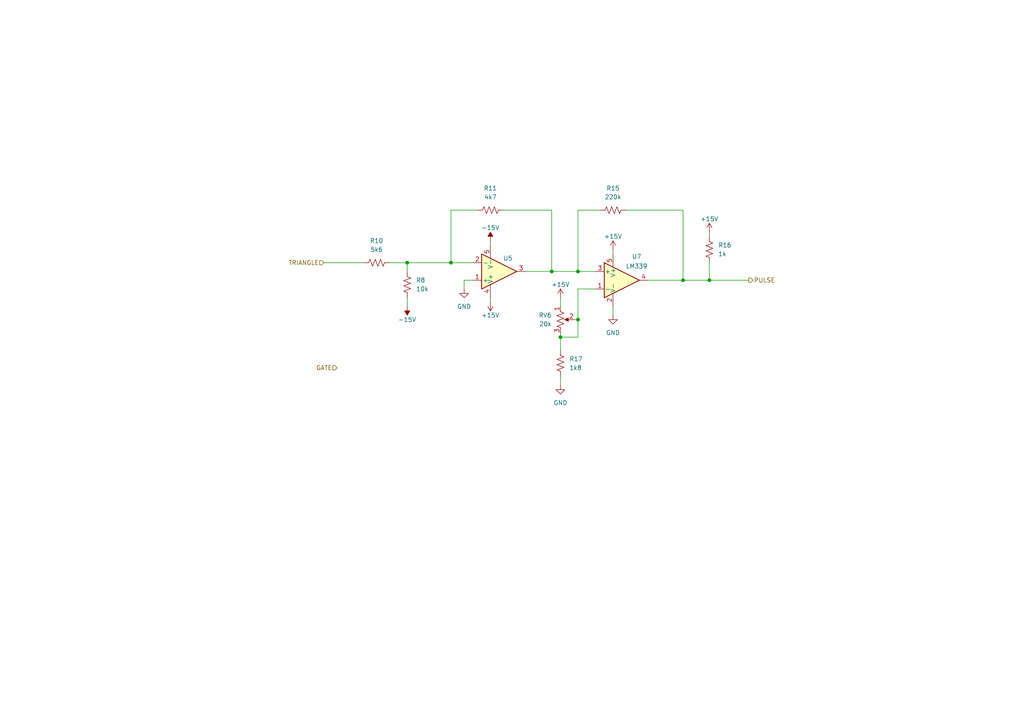
<source format=kicad_sch>
(kicad_sch (version 20231120) (generator "eeschema") (generator_version "8.0")
  (paper "A4")
  (lib_symbols
    (symbol "Comparator:LM397" (pin_names (offset 0.127))
      (property "Reference" "U" (at 1.27 5.08 0))
      (property "Value" "LM397" (at 3.81 -5.08 0))
      (symbol "LM397_0_1"
        (polyline (pts (xy -5.08 5.08) (xy 5.08 0) (xy -5.08 -5.08) (xy -5.08 5.08)) (stroke (width 0.254)) (fill (type background)))
      )
      (symbol "LM397_1_1"
        (pin input line (at -7.62 -2.54 0) (length 2.54) (name "-") (number "1"))
        (pin power_in line (at -2.54 -7.62 90) (length 3.81) (name "V-") (number "2"))
        (pin input line (at -7.62 2.54 0) (length 2.54) (name "+") (number "3"))
        (pin open_collector line (at 7.62 0 180) (length 2.54) (name "~") (number "4"))
        (pin power_in line (at -2.54 7.62 270) (length 3.81) (name "V+") (number "5"))
      )
    )
    (symbol "Device:R_Potentiometer_US" (pin_names (offset 1.016) hide)
      (property "Reference" "RV" (at -4.445 0 90))
      (property "Value" "R_Potentiometer_US" (at -2.54 0 90))
      (symbol "R_Potentiometer_US_0_1"
        (polyline (pts (xy 0 -2.286) (xy 0 -2.54)))
        (polyline (pts (xy 0 2.54) (xy 0 2.286)))
        (polyline (pts (xy 2.54 0) (xy 1.524 0)))
        (polyline (pts (xy 1.143 0) (xy 2.286 0.508) (xy 2.286 -0.508) (xy 1.143 0)) (fill (type outline)))
        (polyline (pts (xy 0 -0.762) (xy 1.016 -1.143) (xy 0 -1.524) (xy -1.016 -1.905) (xy 0 -2.286)))
        (polyline (pts (xy 0 0.762) (xy 1.016 0.381) (xy 0 0) (xy -1.016 -0.381) (xy 0 -0.762)))
        (polyline (pts (xy 0 2.286) (xy 1.016 1.905) (xy 0 1.524) (xy -1.016 1.143) (xy 0 0.762)))
      )
      (symbol "R_Potentiometer_US_1_1"
        (pin passive line (at 0 3.81 270) (length 1.27) (name "1") (number "1"))
        (pin passive line (at 3.81 0 180) (length 1.27) (name "2") (number "2"))
        (pin passive line (at 0 -3.81 90) (length 1.27) (name "3") (number "3"))
      )
    )
    (symbol "Device:R_US" (pin_numbers hide) (pin_names (offset 0))
      (property "Reference" "R" (at 2.54 0 90))
      (property "Value" "R_US" (at -2.54 0 90))
      (symbol "R_US_0_1"
        (polyline (pts (xy 0 -2.286) (xy 0 -2.54)))
        (polyline (pts (xy 0 2.286) (xy 0 2.54)))
        (polyline (pts (xy 0 -0.762) (xy 1.016 -1.143) (xy 0 -1.524) (xy -1.016 -1.905) (xy 0 -2.286)))
        (polyline (pts (xy 0 0.762) (xy 1.016 0.381) (xy 0 0) (xy -1.016 -0.381) (xy 0 -0.762)))
        (polyline (pts (xy 0 2.286) (xy 1.016 1.905) (xy 0 1.524) (xy -1.016 1.143) (xy 0 0.762)))
      )
      (symbol "R_US_1_1"
        (pin passive line (at 0 3.81 270) (length 1.27) (name "~") (number "1"))
        (pin passive line (at 0 -3.81 90) (length 1.27) (name "~") (number "2"))
      )
    )
    (symbol "PCM_4ms_Power-symbol:GND" (power) (pin_names (offset 0))
      (property "Value" "GND" (at 0 -3.81 0))
      (symbol "GND_0_1"
        (polyline (pts (xy 0 0) (xy 0 -1.27) (xy 1.27 -1.27) (xy 0 -2.54) (xy -1.27 -1.27) (xy 0 -1.27)))
      )
      (symbol "GND_1_1"
        (pin power_in line (at 0 0 270) (length 0) hide (name "GND") (number "1"))
      )
    )
    (symbol "Simulation_SPICE:OPAMP" (pin_names (offset 0.254))
      (property "Reference" "U" (at 3.81 3.175 0))
      (property "Value" "${SIM.PARAMS}" (at 3.81 -3.175 0))
      (symbol "OPAMP_0_1"
        (polyline (pts (xy 5.08 0) (xy -5.08 5.08) (xy -5.08 -5.08) (xy 5.08 0)) (stroke (width 0.254)) (fill (type background)))
      )
      (symbol "OPAMP_1_1"
        (pin input line (at -7.62 2.54 0) (length 2.54) (name "+") (number "1"))
        (pin input line (at -7.62 -2.54 0) (length 2.54) (name "-") (number "2"))
        (pin output line (at 7.62 0 180) (length 2.54) (name "~") (number "3"))
        (pin power_in line (at -2.54 7.62 270) (length 3.81) (name "V+") (number "4"))
        (pin power_in line (at -2.54 -7.62 90) (length 3.81) (name "V-") (number "5"))
      )
    )
    (symbol "power:+15V" (power) (pin_names (offset 0))
      (property "Value" "+15V" (at 0 3.556 0))
      (symbol "+15V_0_1"
        (polyline (pts (xy -0.762 1.27) (xy 0 2.54)))
        (polyline (pts (xy 0 0) (xy 0 2.54)))
        (polyline (pts (xy 0 2.54) (xy 0.762 1.27)))
      )
      (symbol "+15V_1_1"
        (pin power_in line (at 0 0 90) (length 0) hide (name "+15V") (number "1"))
      )
    )
    (symbol "power:-15V" (power) (pin_names (offset 0))
      (property "Value" "-15V" (at 0 3.81 0))
      (symbol "-15V_0_0"
        (pin power_in line (at 0 0 90) (length 0) hide (name "-15V") (number "1"))
      )
      (symbol "-15V_0_1"
        (polyline (pts (xy 0 0) (xy 0 1.27) (xy 0.762 1.27) (xy 0 2.54) (xy -0.762 1.27) (xy 0 1.27)) (fill (type outline)))
      )
    )
  )
  (junction (at 162.56 97.79))
  (junction (at 205.74 81.28))
  (junction (at 198.12 81.28))
  (junction (at 118.11 76.2))
  (junction (at 167.64 92.71))
  (junction (at 167.64 78.74))
  (junction (at 160.02 78.74))
  (junction (at 130.81 76.2))
  (wire (pts (xy 167.64 83.82) (xy 172.72 83.82)))
  (wire (pts (xy 205.74 81.28) (xy 198.12 81.28)))
  (wire (pts (xy 162.56 86.36) (xy 162.56 88.9)))
  (wire (pts (xy 160.02 60.96) (xy 160.02 78.74)))
  (wire (pts (xy 142.24 87.63) (xy 142.24 86.36)))
  (wire (pts (xy 173.99 60.96) (xy 167.64 60.96)))
  (wire (pts (xy 137.16 81.28) (xy 134.62 81.28)))
  (wire (pts (xy 134.62 81.28) (xy 134.62 83.82)))
  (wire (pts (xy 138.43 60.96) (xy 130.81 60.96)))
  (wire (pts (xy 177.8 72.39) (xy 177.8 73.66)))
  (wire (pts (xy 167.64 78.74) (xy 160.02 78.74)))
  (wire (pts (xy 93.98 76.2) (xy 105.41 76.2)))
  (wire (pts (xy 172.72 78.74) (xy 167.64 78.74)))
  (wire (pts (xy 205.74 67.31) (xy 205.74 68.58)))
  (wire (pts (xy 166.37 92.71) (xy 167.64 92.71)))
  (wire (pts (xy 177.8 91.44) (xy 177.8 88.9)))
  (wire (pts (xy 217.17 81.28) (xy 205.74 81.28)))
  (wire (pts (xy 118.11 86.36) (xy 118.11 88.9)))
  (wire (pts (xy 162.56 101.6) (xy 162.56 97.79)))
  (wire (pts (xy 162.56 97.79) (xy 162.56 96.52)))
  (wire (pts (xy 187.96 81.28) (xy 198.12 81.28)))
  (wire (pts (xy 113.03 76.2) (xy 118.11 76.2)))
  (wire (pts (xy 160.02 78.74) (xy 152.4 78.74)))
  (wire (pts (xy 167.64 97.79) (xy 162.56 97.79)))
  (wire (pts (xy 198.12 81.28) (xy 198.12 60.96)))
  (wire (pts (xy 167.64 92.71) (xy 167.64 83.82)))
  (wire (pts (xy 118.11 76.2) (xy 130.81 76.2)))
  (wire (pts (xy 130.81 60.96) (xy 130.81 76.2)))
  (wire (pts (xy 205.74 76.2) (xy 205.74 81.28)))
  (wire (pts (xy 118.11 78.74) (xy 118.11 76.2)))
  (wire (pts (xy 198.12 60.96) (xy 181.61 60.96)))
  (wire (pts (xy 146.05 60.96) (xy 160.02 60.96)))
  (wire (pts (xy 167.64 60.96) (xy 167.64 78.74)))
  (wire (pts (xy 162.56 111.76) (xy 162.56 109.22)))
  (wire (pts (xy 167.64 92.71) (xy 167.64 97.79)))
  (wire (pts (xy 142.24 69.85) (xy 142.24 71.12)))
  (wire (pts (xy 130.81 76.2) (xy 137.16 76.2)))
  (hierarchical_label "PULSE" (shape output) (at 217.17 81.28 0))
  (hierarchical_label "GATE" (shape input) (at 97.79 106.68 180))
  (hierarchical_label "TRIANGLE" (shape input) (at 93.98 76.2 180))
  (symbol (lib_id "Device:R_US") (at 177.8 60.96 90) (unit 1)
    (property "Reference" "R15" (at 177.8 54.61 90))
    (property "Value" "220k" (at 177.8 57.15 90))
    (property "Description" "Resistor, US symbol" (effects (hide yes)))
  )
  (symbol (lib_id "Device:R_US") (at 118.11 82.55 0) (unit 1)
    (property "Reference" "R8" (at 120.65 81.2799 0) (effects (justify left)))
    (property "Value" "10k" (at 120.65 83.8199 0) (effects (justify left)))
    (property "Description" "Resistor, US symbol" (effects (hide yes)))
  )
  (symbol (lib_id "Device:R_US") (at 142.24 60.96 90) (unit 1)
    (property "Reference" "R11" (at 142.24 54.61 90))
    (property "Value" "4k7" (at 142.24 57.15 90))
    (property "Description" "Resistor, US symbol" (effects (hide yes)))
  )
  (symbol (lib_id "power:+15V") (at 142.24 87.63 180) (unit 1)
    (property "Reference" "#PWR032" (effects (hide yes)))
    (property "Value" "+15V" (at 142.24 91.44 0))
  )
  (symbol (lib_id "PCM_4ms_Power-symbol:GND") (at 177.8 91.44 0) (unit 1)
    (property "Reference" "#PWR034" (effects (hide yes)))
    (property "Value" "GND" (at 177.8 96.52 0))
  )
  (symbol (lib_id "power:+15V") (at 162.56 86.36 0) (unit 1)
    (property "Reference" "#PWR038" (effects (hide yes)))
    (property "Value" "+15V" (at 162.56 82.55 0))
  )
  (symbol (lib_id "PCM_4ms_Power-symbol:GND") (at 162.56 111.76 0) (unit 1)
    (property "Reference" "#PWR037" (effects (hide yes)))
    (property "Value" "GND" (at 162.56 116.84 0))
  )
  (symbol (lib_id "Device:R_US") (at 162.56 105.41 0) (unit 1)
    (property "Reference" "R17" (at 165.1 104.1399 0) (effects (justify left)))
    (property "Value" "1k8" (at 165.1 106.6799 0) (effects (justify left)))
    (property "Description" "Resistor, US symbol" (effects (hide yes)))
  )
  (symbol (lib_id "Simulation_SPICE:OPAMP") (at 144.78 78.74 0) (mirror x) (unit 1)
    (property "Reference" "U5" (at 147.32 74.93 0))
    (property "Value" "${SIM.PARAMS}" (effects (hide yes)))
    (property "Sim.Pins" "1=1 2=2 3=5 4=3 5=4" (effects (hide yes)))
    (property "Sim.Device" "SUBCKT" (effects (hide yes)))
    (property "Sim.Library" "${KIPRJMOD}/spice_models/lm324.lib" (effects (hide yes)))
    (property "Sim.Name" "LM324" (effects (hide yes)))
  )
  (symbol (lib_id "Comparator:LM397") (at 180.34 81.28 0) (unit 1)
    (property "Reference" "U7" (at 184.658 74.422 0))
    (property "Value" "LM339" (at 184.658 77.216 0))
    (property "Footprint" "Package_TO_SOT_SMD:SOT-23-5" (effects (hide yes)))
    (property "Datasheet" "http://www.ti.com/lit/ds/symlink/lm397.pdf" (effects (hide yes)))
    (property "Description" "Single General-Purpose Voltage Comparator with Open-Collector Output, SOT-23-5" (effects (hide yes)))
    (property "Sim.Library" "spice_models/lm339.lib" (effects (hide yes)))
    (property "Sim.Name" "LM339" (effects (hide yes)))
    (property "Sim.Device" "SUBCKT" (effects (hide yes)))
    (property "Sim.Pins" "1=2 2=4 3=1 4=5 5=3" (effects (hide yes)))
  )
  (symbol (lib_id "power:+15V") (at 205.74 67.31 0) (unit 1)
    (property "Reference" "#PWR036" (effects (hide yes)))
    (property "Value" "+15V" (at 205.74 63.5 0))
  )
  (symbol (lib_id "power:-15V") (at 118.11 88.9 180) (unit 1)
    (property "Reference" "#PWR033" (effects (hide yes)))
    (property "Value" "-15V" (at 118.11 92.71 0))
  )
  (symbol (lib_id "Device:R_US") (at 205.74 72.39 180) (unit 1)
    (property "Reference" "R16" (at 208.28 71.1199 0) (effects (justify right)))
    (property "Value" "1k" (at 208.28 73.6599 0) (effects (justify right)))
    (property "Description" "Resistor, US symbol" (effects (hide yes)))
  )
  (symbol (lib_id "power:-15V") (at 142.24 69.85 0) (unit 1)
    (property "Reference" "#PWR022" (effects (hide yes)))
    (property "Value" "-15V" (at 142.24 66.04 0))
  )
  (symbol (lib_id "Device:R_US") (at 109.22 76.2 90) (unit 1)
    (property "Reference" "R10" (at 109.22 69.85 90))
    (property "Value" "5k6" (at 109.22 72.39 90))
    (property "Description" "Resistor, US symbol" (effects (hide yes)))
  )
  (symbol (lib_id "Device:R_Potentiometer_US") (at 162.56 92.71 0) (unit 1)
    (property "Reference" "RV6" (at 160.02 91.4399 0) (effects (justify right)))
    (property "Value" "20k" (at 160.02 93.9799 0) (effects (justify right)))
    (property "Description" "Potentiometer, US symbol" (effects (hide yes)))
    (property "Sim.Device" "R" (effects (hide yes)))
    (property "Sim.Type" "POT" (effects (hide yes)))
    (property "Sim.Pins" "1=r0 2=wiper 3=r1" (effects (hide yes)))
    (property "Sim.Params" "r=20k" (effects (hide yes)))
  )
  (symbol (lib_id "power:+15V") (at 177.8 72.39 0) (unit 1)
    (property "Reference" "#PWR035" (effects (hide yes)))
    (property "Value" "+15V" (at 177.8 68.58 0))
  )
  (symbol (lib_id "PCM_4ms_Power-symbol:GND") (at 134.62 83.82 0) (unit 1)
    (property "Reference" "#PWR021" (effects (hide yes)))
    (property "Value" "GND" (at 134.62 88.9 0))
  )
)
</source>
